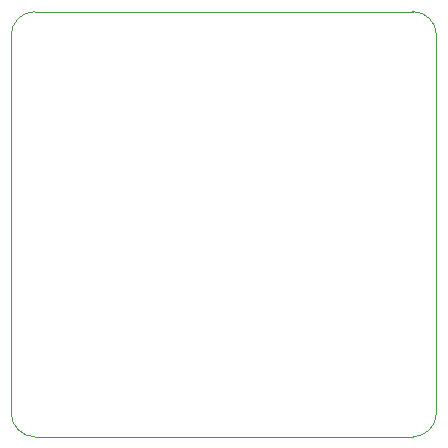
<source format=gbr>
%TF.GenerationSoftware,KiCad,Pcbnew,7.0.6-7.0.6~ubuntu22.04.1*%
%TF.CreationDate,2023-07-18T23:37:18-07:00*%
%TF.ProjectId,NHz_F4_FC,4e487a5f-4634-45f4-9643-2e6b69636164,rev?*%
%TF.SameCoordinates,Original*%
%TF.FileFunction,Profile,NP*%
%FSLAX46Y46*%
G04 Gerber Fmt 4.6, Leading zero omitted, Abs format (unit mm)*
G04 Created by KiCad (PCBNEW 7.0.6-7.0.6~ubuntu22.04.1) date 2023-07-18 23:37:18*
%MOMM*%
%LPD*%
G01*
G04 APERTURE LIST*
%TA.AperFunction,Profile*%
%ADD10C,0.100000*%
%TD*%
G04 APERTURE END LIST*
D10*
X114000001Y-32000000D02*
X146000000Y-32000000D01*
X145999999Y-67999999D02*
G75*
G03*
X147999999Y-66000000I1J1999999D01*
G01*
X112000000Y-66000000D02*
G75*
G03*
X114000001Y-68000000I2000000J0D01*
G01*
X114000001Y-32000001D02*
G75*
G03*
X112000001Y-34000000I-1J-1999999D01*
G01*
X148000000Y-34000000D02*
X147999999Y-66000000D01*
X112000001Y-66000000D02*
X112000001Y-34000000D01*
X148000000Y-34000000D02*
G75*
G03*
X146000000Y-32000000I-2000000J0D01*
G01*
X145999999Y-68000000D02*
X114000001Y-68000000D01*
M02*

</source>
